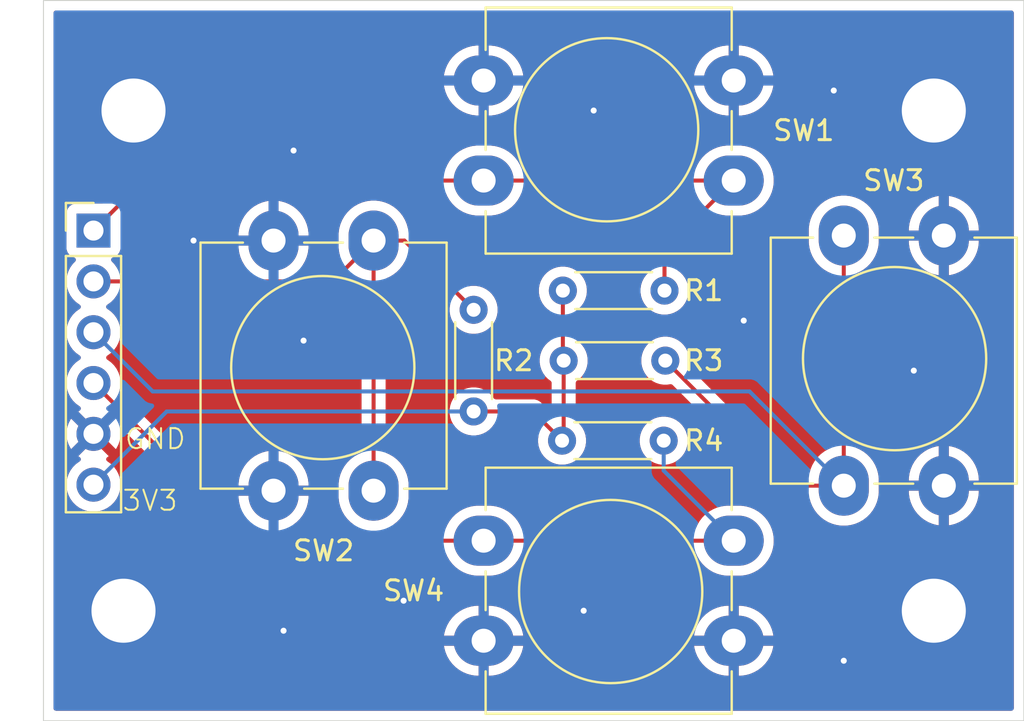
<source format=kicad_pcb>
(kicad_pcb (version 20241229) (generator "pcbnew") (generator_version "9.0")
  (layers (0 "F.Cu" signal) (2 "B.Cu" signal) (13 "F.Paste" user) (15 "B.Paste" user) (5 "F.SilkS" user "F.Silkscreen") (7 "B.SilkS" user "B.Silkscreen") (1 "F.Mask" user) (3 "B.Mask" user) (25 "Edge.Cuts" user))
  (net 0 "")
  (net 1 "IO3")
  (net 2 "IO4")
  (net 3 "IO2")
  (net 4 "IO1")
  (net 5 "/GND")
  (net 6 "/VCC")
  (footprint "Resistor_THT:R_Axial_DIN0204_L3.6mm_D1.6mm_P5.08mm_Horizontal" (layer "F.Cu") (at 114.46 101.5)
    (property "Reference" "R1" (at 7.04 0 0) (layer "F.SilkS"))
    (property "Value" "10K")
    (fp_line (start 0.62 -0.92) (end 4.46 -0.92) (stroke (width 0.12)) (layer "F.SilkS"))
    (fp_line (start 0.62 0.92) (end 4.46 0.92) (stroke (width 0.12)) (layer "F.SilkS"))
    (pad "1" thru_hole circle (at 0 0) (size 1.4 1.4) (drill 0.7) (layers "*.Cu" "*.Mask") (net 6 "/VCC"))
    (pad "2" thru_hole circle (at 5.08 0) (size 1.4 1.4) (drill 0.7) (layers "*.Cu" "*.Mask") (net 4 "IO1"))
  )
  (footprint "Connector_PinHeader_2.54mm:PinHeader_1x06_P2.54mm_Vertical" (layer "F.Cu") (at 91 98.5)
    (property "Reference" "PMOD1" (hide yes))
    (property "Value" "Conn_01x06")
    (fp_line (start -1.38 -1.38) (end 0 -1.38) (stroke (width 0.12)) (layer "F.SilkS"))
    (fp_line (start -1.38 0) (end -1.38 -1.38) (stroke (width 0.12)) (layer "F.SilkS"))
    (fp_line (start -1.38 1.27) (end -1.38 14.08) (stroke (width 0.12)) (layer "F.SilkS"))
    (fp_line (start -1.38 1.27) (end 1.38 1.27) (stroke (width 0.12)) (layer "F.SilkS"))
    (fp_line (start -1.38 14.08) (end 1.38 14.08) (stroke (width 0.12)) (layer "F.SilkS"))
    (fp_line (start 1.38 1.27) (end 1.38 14.08) (stroke (width 0.12)) (layer "F.SilkS"))
    (pad "1" thru_hole rect (at 0 0) (size 1.7 1.7) (drill 1) (layers "*.Cu" "*.Mask") (net 4 "IO1"))
    (pad "2" thru_hole circle (at 0 2.54) (size 1.7 1.7) (drill 1) (layers "*.Cu" "*.Mask") (net 3 "IO2"))
    (pad "3" thru_hole circle (at 0 5.08) (size 1.7 1.7) (drill 1) (layers "*.Cu" "*.Mask") (net 1 "IO3"))
    (pad "4" thru_hole circle (at 0 7.62) (size 1.7 1.7) (drill 1) (layers "*.Cu" "*.Mask") (net 2 "IO4"))
    (pad "5" thru_hole circle (at 0 10.16) (size 1.7 1.7) (drill 1) (layers "*.Cu" "*.Mask") (net 5 "/GND"))
    (pad "6" thru_hole circle (at 0 12.7) (size 1.7 1.7) (drill 1) (layers "*.Cu" "*.Mask") (net 6 "/VCC"))
  )
  (footprint "Button_Switch_THT:SW_PUSH-12mm_Wuerth-430476085716" (layer "F.Cu") (at 123 96 180)
    (property "Reference" "SW1" (at -3.5 2.5 0) (layer "F.SilkS"))
    (property "Value" "SW_Push" (hide yes))
    (fp_line (start 12.4 8.65) (end 0.1 8.65) (stroke (width 0.12)) (layer "F.SilkS"))
    (fp_line (start 12.4 6.53) (end 12.4 8.65) (stroke (width 0.12)) (layer "F.SilkS"))
    (fp_line (start 12.4 1.53) (end 12.4 3.47) (stroke (width 0.12)) (layer "F.SilkS"))
    (fp_line (start 12.4 -3.65) (end 12.4 -1.53) (stroke (width 0.12)) (layer "F.SilkS"))
    (fp_line (start 0.1 8.65) (end 0.1 6.53) (stroke (width 0.12)) (layer "F.SilkS"))
    (fp_line (start 0.1 3.47) (end 0.1 1.53) (stroke (width 0.12)) (layer "F.SilkS"))
    (fp_line (start 0.1 -1.53) (end 0.1 -3.65) (stroke (width 0.12)) (layer "F.SilkS"))
    (fp_line (start 0.1 -3.65) (end 12.4 -3.65) (stroke (width 0.12)) (layer "F.SilkS"))
    (fp_circle (center 6.35 2.54) (end 10.92905 2.54) (stroke (width 0.12)) (fill no) (layer "F.SilkS"))
    (pad "1" thru_hole oval (at 0 0 180) (size 3 2.5) (drill 1.2) (layers "*.Cu" "*.Mask") (net 4 "IO1"))
    (pad "1" thru_hole oval (at 12.5 0 180) (size 3 2.5) (drill 1.2) (layers "*.Cu" "*.Mask") (net 4 "IO1"))
    (pad "2" thru_hole oval (at 0 5 180) (size 3 2.5) (drill 1.2) (layers "*.Cu" "*.Mask") (net 5 "/GND"))
    (pad "2" thru_hole oval (at 12.5 5 180) (size 3 2.5) (drill 1.2) (layers "*.Cu" "*.Mask") (net 5 "/GND"))
  )
  (footprint "Resistor_THT:R_Axial_DIN0204_L3.6mm_D1.6mm_P5.08mm_Horizontal" (layer "F.Cu") (at 114.42 109)
    (property "Reference" "R4" (at 7.08 0 0) (layer "F.SilkS"))
    (property "Value" "10K")
    (fp_line (start 0.62 -0.92) (end 4.46 -0.92) (stroke (width 0.12)) (layer "F.SilkS"))
    (fp_line (start 0.62 0.92) (end 4.46 0.92) (stroke (width 0.12)) (layer "F.SilkS"))
    (pad "1" thru_hole circle (at 0 0) (size 1.4 1.4) (drill 0.7) (layers "*.Cu" "*.Mask") (net 6 "/VCC"))
    (pad "2" thru_hole circle (at 5.08 0) (size 1.4 1.4) (drill 0.7) (layers "*.Cu" "*.Mask") (net 2 "IO4"))
  )
  (footprint "Button_Switch_THT:SW_PUSH-12mm_Wuerth-430476085716" (layer "F.Cu") (at 128.5 111.25 90)
    (property "Reference" "SW3" (at 15.25 2.5 180) (layer "F.SilkS"))
    (property "Value" "SW_Push" (hide yes))
    (fp_line (start 12.4 -3.65) (end 12.4 -1.53) (stroke (width 0.12)) (layer "F.SilkS"))
    (fp_line (start 0.1 -3.65) (end 12.4 -3.65) (stroke (width 0.12)) (layer "F.SilkS"))
    (fp_line (start 0.1 -1.53) (end 0.1 -3.65) (stroke (width 0.12)) (layer "F.SilkS"))
    (fp_line (start 12.4 1.53) (end 12.4 3.47) (stroke (width 0.12)) (layer "F.SilkS"))
    (fp_line (start 0.1 3.47) (end 0.1 1.53) (stroke (width 0.12)) (layer "F.SilkS"))
    (fp_line (start 12.4 6.53) (end 12.4 8.65) (stroke (width 0.12)) (layer "F.SilkS"))
    (fp_line (start 12.4 8.65) (end 0.1 8.65) (stroke (width 0.12)) (layer "F.SilkS"))
    (fp_line (start 0.1 8.65) (end 0.1 6.53) (stroke (width 0.12)) (layer "F.SilkS"))
    (fp_circle (center 6.35 2.54) (end 10.92905 2.54) (stroke (width 0.12)) (fill no) (layer "F.SilkS"))
    (pad "1" thru_hole oval (at 0 0 90) (size 3 2.5) (drill 1.2) (layers "*.Cu" "*.Mask") (net 1 "IO3"))
    (pad "1" thru_hole oval (at 12.5 0 90) (size 3 2.5) (drill 1.2) (layers "*.Cu" "*.Mask") (net 1 "IO3"))
    (pad "2" thru_hole oval (at 0 5 90) (size 3 2.5) (drill 1.2) (layers "*.Cu" "*.Mask") (net 5 "/GND"))
    (pad "2" thru_hole oval (at 12.5 5 90) (size 3 2.5) (drill 1.2) (layers "*.Cu" "*.Mask") (net 5 "/GND"))
  )
  (footprint "Resistor_THT:R_Axial_DIN0204_L3.6mm_D1.6mm_P5.08mm_Horizontal" (layer "F.Cu") (at 110 107.54 90)
    (property "Reference" "R2" (at 2.54 2 180) (layer "F.SilkS"))
    (property "Value" "10K")
    (fp_line (start 0.62 -0.92) (end 4.46 -0.92) (stroke (width 0.12)) (layer "F.SilkS"))
    (fp_line (start 0.62 0.92) (end 4.46 0.92) (stroke (width 0.12)) (layer "F.SilkS"))
    (pad "1" thru_hole circle (at 0 0 90) (size 1.4 1.4) (drill 0.7) (layers "*.Cu" "*.Mask") (net 6 "/VCC"))
    (pad "2" thru_hole circle (at 5.08 0 90) (size 1.4 1.4) (drill 0.7) (layers "*.Cu" "*.Mask") (net 3 "IO2"))
  )
  (footprint "MountingHole:MountingHole_3.2mm_M3" (layer "F.Cu") (at 133 117.5)
    (property "Reference" "H2" (hide yes))
    (property "Value" "MountingHole" (hide yes))
    (pad "" np_thru_hole circle (at 0 0) (size 3.2 3.2) (drill 3.2) (layers "*.Cu" "*.Mask"))
  )
  (footprint "MountingHole:MountingHole_3.2mm_M3" (layer "F.Cu") (at 93 92.5)
    (property "Reference" "H3" (hide yes))
    (property "Value" "MountingHole" (hide yes))
    (pad "" np_thru_hole circle (at 0 0) (size 3.2 3.2) (drill 3.2) (layers "*.Cu" "*.Mask"))
  )
  (footprint "MountingHole:MountingHole_3.2mm_M3" (layer "F.Cu") (at 133 92.5)
    (property "Reference" "H1" (hide yes))
    (property "Value" "MountingHole" (hide yes))
    (pad "" np_thru_hole circle (at 0 0) (size 3.2 3.2) (drill 3.2) (layers "*.Cu" "*.Mask"))
  )
  (footprint "MountingHole:MountingHole_3.2mm_M3" (layer "F.Cu") (at 92.5 117.5)
    (property "Reference" "H4" (hide yes))
    (property "Value" "MountingHole" (hide yes))
    (pad "" np_thru_hole circle (at 0 0) (size 3.2 3.2) (drill 3.2) (layers "*.Cu" "*.Mask"))
  )
  (footprint "Resistor_THT:R_Axial_DIN0204_L3.6mm_D1.6mm_P5.08mm_Horizontal" (layer "F.Cu") (at 114.5 105)
    (property "Reference" "R3" (at 7 0 0) (layer "F.SilkS"))
    (property "Value" "10K")
    (fp_line (start 0.62 -0.92) (end 4.46 -0.92) (stroke (width 0.12)) (layer "F.SilkS"))
    (fp_line (start 0.62 0.92) (end 4.46 0.92) (stroke (width 0.12)) (layer "F.SilkS"))
    (pad "1" thru_hole circle (at 0 0) (size 1.4 1.4) (drill 0.7) (layers "*.Cu" "*.Mask") (net 6 "/VCC"))
    (pad "2" thru_hole circle (at 5.08 0) (size 1.4 1.4) (drill 0.7) (layers "*.Cu" "*.Mask") (net 1 "IO3"))
  )
  (footprint "Button_Switch_THT:SW_PUSH-12mm_Wuerth-430476085716" (layer "F.Cu") (at 110.5 114)
    (property "Reference" "SW4" (at -3.5 2.5 0) (layer "F.SilkS"))
    (property "Value" "SW_Push" (hide yes))
    (fp_line (start 0.1 -3.65) (end 12.4 -3.65) (stroke (width 0.12)) (layer "F.SilkS"))
    (fp_line (start 0.1 -1.53) (end 0.1 -3.65) (stroke (width 0.12)) (layer "F.SilkS"))
    (fp_line (start 0.1 3.47) (end 0.1 1.53) (stroke (width 0.12)) (layer "F.SilkS"))
    (fp_line (start 0.1 8.65) (end 0.1 6.53) (stroke (width 0.12)) (layer "F.SilkS"))
    (fp_line (start 12.4 -3.65) (end 12.4 -1.53) (stroke (width 0.12)) (layer "F.SilkS"))
    (fp_line (start 12.4 1.53) (end 12.4 3.47) (stroke (width 0.12)) (layer "F.SilkS"))
    (fp_line (start 12.4 6.53) (end 12.4 8.65) (stroke (width 0.12)) (layer "F.SilkS"))
    (fp_line (start 12.4 8.65) (end 0.1 8.65) (stroke (width 0.12)) (layer "F.SilkS"))
    (fp_circle (center 6.35 2.54) (end 10.92905 2.54) (stroke (width 0.12)) (fill no) (layer "F.SilkS"))
    (pad "1" thru_hole oval (at 0 0) (size 3 2.5) (drill 1.2) (layers "*.Cu" "*.Mask") (net 2 "IO4"))
    (pad "1" thru_hole oval (at 12.5 0) (size 3 2.5) (drill 1.2) (layers "*.Cu" "*.Mask") (net 2 "IO4"))
    (pad "2" thru_hole oval (at 0 5) (size 3 2.5) (drill 1.2) (layers "*.Cu" "*.Mask") (net 5 "/GND"))
    (pad "2" thru_hole oval (at 12.5 5) (size 3 2.5) (drill 1.2) (layers "*.Cu" "*.Mask") (net 5 "/GND"))
  )
  (footprint "Button_Switch_THT:SW_PUSH-12mm_Wuerth-430476085716" (layer "F.Cu") (at 105 99 -90)
    (property "Reference" "SW2" (at 15.5 2.5 180) (layer "F.SilkS"))
    (property "Value" "SW_Push" (hide yes))
    (fp_line (start 0.1 8.65) (end 0.1 6.53) (stroke (width 0.12)) (layer "F.SilkS"))
    (fp_line (start 12.4 8.65) (end 0.1 8.65) (stroke (width 0.12)) (layer "F.SilkS"))
    (fp_line (start 12.4 6.53) (end 12.4 8.65) (stroke (width 0.12)) (layer "F.SilkS"))
    (fp_line (start 0.1 3.47) (end 0.1 1.53) (stroke (width 0.12)) (layer "F.SilkS"))
    (fp_line (start 12.4 1.53) (end 12.4 3.47) (stroke (width 0.12)) (layer "F.SilkS"))
    (fp_line (start 0.1 -1.53) (end 0.1 -3.65) (stroke (width 0.12)) (layer "F.SilkS"))
    (fp_line (start 0.1 -3.65) (end 12.4 -3.65) (stroke (width 0.12)) (layer "F.SilkS"))
    (fp_line (start 12.4 -3.65) (end 12.4 -1.53) (stroke (width 0.12)) (layer "F.SilkS"))
    (fp_circle (center 6.35 2.54) (end 10.92905 2.54) (stroke (width 0.12)) (fill no) (layer "F.SilkS"))
    (pad "1" thru_hole oval (at 0 0 270) (size 3 2.5) (drill 1.2) (layers "*.Cu" "*.Mask") (net 3 "IO2"))
    (pad "1" thru_hole oval (at 12.5 0 270) (size 3 2.5) (drill 1.2) (layers "*.Cu" "*.Mask") (net 3 "IO2"))
    (pad "2" thru_hole oval (at 0 5 270) (size 3 2.5) (drill 1.2) (layers "*.Cu" "*.Mask") (net 5 "/GND"))
    (pad "2" thru_hole oval (at 12.5 5 270) (size 3 2.5) (drill 1.2) (layers "*.Cu" "*.Mask") (net 5 "/GND"))
  )
  (gr_rect (start 88.5 87) (end 137.5 123) (stroke (width 0.05)) (fill no) (layer "Edge.Cuts"))
  (gr_text "3V3" (at 92.38 112.58 0) (layer "F.SilkS") (effects (font (size 1 1) (thickness 0.1)) (justify left bottom)))
  (gr_text "GND" (at 92.5 109.5 0) (layer "F.SilkS") (effects (font (size 1 1) (thickness 0.1)) (justify left bottom)))
  (segment (start 119.58 105) (end 125.83 111.25) (width 0.2) (layer "F.Cu") (net 1))
  (segment (start 125.83 111.25) (end 128.5 111.25) (width 0.2) (layer "F.Cu") (net 1))
  (segment (start 128.5 111.25) (end 128.5 98.75) (width 0.2) (layer "F.Cu") (net 1))
  (segment (start 128.5 111.25) (end 123.789 106.539) (width 0.2) (layer "B.Cu") (net 1))
  (segment (start 123.789 106.539) (end 93.959 106.539) (width 0.2) (layer "B.Cu") (net 1))
  (segment (start 93.959 106.539) (end 91 103.58) (width 0.2) (layer "B.Cu") (net 1))
  (segment (start 98.88 114) (end 91 106.12) (width 0.2) (layer "F.Cu") (net 2))
  (segment (start 110.5 114) (end 123 114) (width 0.2) (layer "F.Cu") (net 2))
  (segment (start 110.5 114) (end 98.88 114) (width 0.2) (layer "F.Cu") (net 2))
  (segment (start 119.5 109) (end 119.5 110.5) (width 0.2) (layer "B.Cu") (net 2))
  (segment (start 119.5 110.5) (end 123 114) (width 0.2) (layer "B.Cu") (net 2))
  (segment (start 106.54 99) (end 110 102.46) (width 0.2) (layer "F.Cu") (net 3))
  (segment (start 105 99) (end 102.96 101.04) (width 0.2) (layer "F.Cu") (net 3))
  (segment (start 105 99) (end 106.54 99) (width 0.2) (layer "F.Cu") (net 3))
  (segment (start 105 99) (end 105 111.5) (width 0.2) (layer "F.Cu") (net 3))
  (segment (start 102.96 101.04) (end 91 101.04) (width 0.2) (layer "F.Cu") (net 3))
  (segment (start 91 98.5) (end 93.5 96) (width 0.2) (layer "F.Cu") (net 4))
  (segment (start 93.5 96) (end 110.5 96) (width 0.2) (layer "F.Cu") (net 4))
  (segment (start 119.54 101.5) (end 119.54 99.46) (width 0.2) (layer "F.Cu") (net 4))
  (segment (start 123 96) (end 110.5 96) (width 0.2) (layer "F.Cu") (net 4))
  (segment (start 119.54 99.46) (end 123 96) (width 0.2) (layer "F.Cu") (net 4))
  (via (at 101 94.5) (size 0.6) (drill 0.3) (layers "F.Cu" "B.Cu") (net 5))
  (via (at 96 99) (size 0.6) (drill 0.3) (layers "F.Cu" "B.Cu") (net 5))
  (via (at 128.5 120) (size 0.6) (drill 0.3) (layers "F.Cu" "B.Cu") (net 5))
  (via (at 128 91.5) (size 0.6) (drill 0.3) (layers "F.Cu" "B.Cu") (net 5))
  (via (at 116 92.5) (size 0.6) (drill 0.3) (layers "F.Cu" "B.Cu") (net 5))
  (via (at 132 105.5) (size 0.6) (drill 0.3) (layers "F.Cu" "B.Cu") (net 5))
  (via (at 101.5 104) (size 0.6) (drill 0.3) (layers "F.Cu" "B.Cu") (net 5))
  (via (at 123.5 103) (size 0.6) (drill 0.3) (layers "F.Cu" "B.Cu") (net 5))
  (via (at 106.5 117) (size 0.6) (drill 0.3) (layers "F.Cu" "B.Cu") (net 5))
  (via (at 115.5 117.5) (size 0.6) (drill 0.3) (layers "F.Cu" "B.Cu") (net 5))
  (via (at 100.5 118.5) (size 0.6) (drill 0.3) (layers "F.Cu" "B.Cu") (net 5))
  (segment (start 114.5 104.5) (end 114.46 104.46) (width 0.2) (layer "F.Cu") (net 6))
  (segment (start 114.5 105) (end 114.5 108.92) (width 0.2) (layer "F.Cu") (net 6))
  (segment (start 114.5 108.92) (end 114.42 109) (width 0.2) (layer "F.Cu") (net 6))
  (segment (start 114.5 105) (end 114.5 104.5) (width 0.2) (layer "F.Cu") (net 6))
  (segment (start 112.96 107.54) (end 110 107.54) (width 0.2) (layer "F.Cu") (net 6))
  (segment (start 114.42 109) (end 112.96 107.54) (width 0.2) (layer "F.Cu") (net 6))
  (segment (start 114.46 104.46) (end 114.46 101.5) (width 0.2) (layer "F.Cu") (net 6))
  (segment (start 94.66 107.54) (end 110 107.54) (width 0.2) (layer "B.Cu") (net 6))
  (segment (start 91 111.2) (end 94.66 107.54) (width 0.2) (layer "B.Cu") (net 6))
  (zone (net 5) (net_name "/GND") (layers "F.Cu" "B.Cu") (connect_pads (clearance 0.5)) (min_thickness 0.25) (fill yes (thermal_gap 0.5) (thermal_bridge_width 0.5))
    (polygon (pts (xy 88.5 87) (xy 137.5 87) (xy 137.5 123) (xy 88.5 123)))
  )
)
</source>
